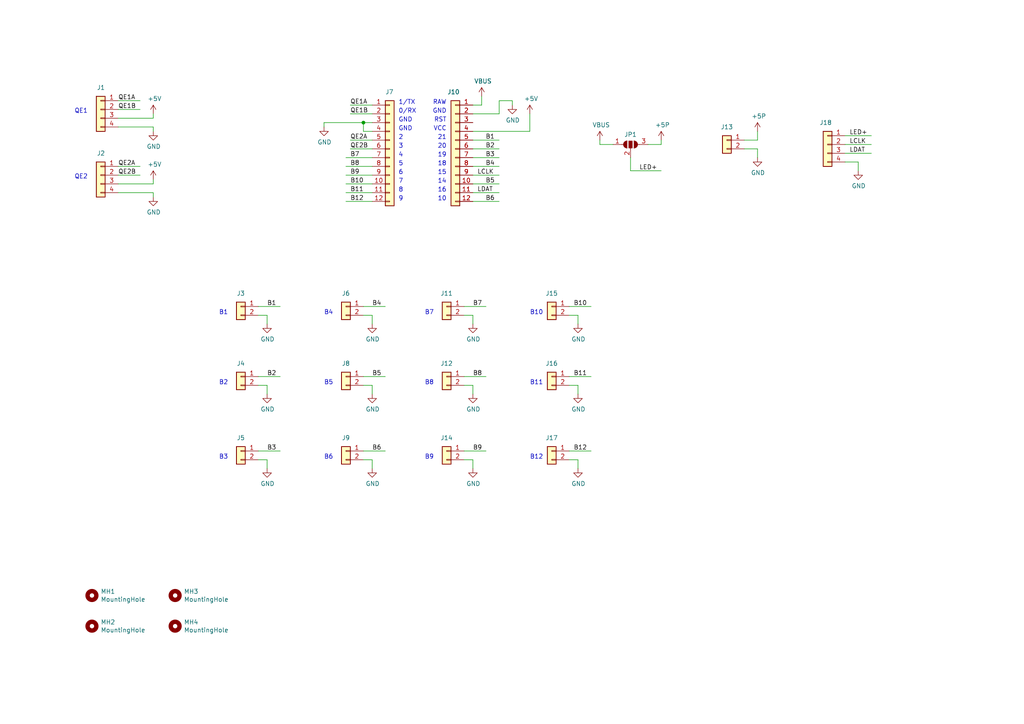
<source format=kicad_sch>
(kicad_sch (version 20211123) (generator eeschema)
  (paper "A4")
  (title_block (rev "v2.0"))
  (lib_symbols
    (symbol "Connector_Generic:Conn_01x02" (pin_names (offset 1.016) hide)
      (property "Reference" "J" (at 0 2.54 0))
      (property "Value" "Conn_01x02" (at 0 -5.08 0))
      (symbol "Conn_01x02_1_1"
        (rectangle (start -1.27 -2.413) (end 0 -2.667) (stroke (width 0.1524)))
        (rectangle (start -1.27 0.127) (end 0 -0.127) (stroke (width 0.1524)))
        (rectangle (start -1.27 1.27) (end 1.27 -3.81) (stroke (width 0.254)) (fill (type background)))
        (pin passive line (at -5.08 0 0) (length 3.81) (name "Pin_1") (number "1"))
        (pin passive line (at -5.08 -2.54 0) (length 3.81) (name "Pin_2") (number "2"))
      )
    )
    (symbol "Connector_Generic:Conn_01x04" (pin_names (offset 1.016) hide)
      (property "Reference" "J" (at 0 5.08 0))
      (property "Value" "Conn_01x04" (at 0 -7.62 0))
      (symbol "Conn_01x04_1_1"
        (rectangle (start -1.27 -4.953) (end 0 -5.207) (stroke (width 0.1524)))
        (rectangle (start -1.27 -2.413) (end 0 -2.667) (stroke (width 0.1524)))
        (rectangle (start -1.27 0.127) (end 0 -0.127) (stroke (width 0.1524)))
        (rectangle (start -1.27 2.667) (end 0 2.413) (stroke (width 0.1524)))
        (rectangle (start -1.27 3.81) (end 1.27 -6.35) (stroke (width 0.254)) (fill (type background)))
        (pin passive line (at -5.08 2.54 0) (length 3.81) (name "Pin_1") (number "1"))
        (pin passive line (at -5.08 0 0) (length 3.81) (name "Pin_2") (number "2"))
        (pin passive line (at -5.08 -2.54 0) (length 3.81) (name "Pin_3") (number "3"))
        (pin passive line (at -5.08 -5.08 0) (length 3.81) (name "Pin_4") (number "4"))
      )
    )
    (symbol "Connector_Generic:Conn_01x12" (pin_names (offset 1.016) hide)
      (property "Reference" "J" (at 0 15.24 0))
      (property "Value" "Conn_01x12" (at 0 -17.78 0))
      (symbol "Conn_01x12_1_1"
        (rectangle (start -1.27 -15.113) (end 0 -15.367) (stroke (width 0.1524)))
        (rectangle (start -1.27 -12.573) (end 0 -12.827) (stroke (width 0.1524)))
        (rectangle (start -1.27 -10.033) (end 0 -10.287) (stroke (width 0.1524)))
        (rectangle (start -1.27 -7.493) (end 0 -7.747) (stroke (width 0.1524)))
        (rectangle (start -1.27 -4.953) (end 0 -5.207) (stroke (width 0.1524)))
        (rectangle (start -1.27 -2.413) (end 0 -2.667) (stroke (width 0.1524)))
        (rectangle (start -1.27 0.127) (end 0 -0.127) (stroke (width 0.1524)))
        (rectangle (start -1.27 2.667) (end 0 2.413) (stroke (width 0.1524)))
        (rectangle (start -1.27 5.207) (end 0 4.953) (stroke (width 0.1524)))
        (rectangle (start -1.27 7.747) (end 0 7.493) (stroke (width 0.1524)))
        (rectangle (start -1.27 10.287) (end 0 10.033) (stroke (width 0.1524)))
        (rectangle (start -1.27 12.827) (end 0 12.573) (stroke (width 0.1524)))
        (rectangle (start -1.27 13.97) (end 1.27 -16.51) (stroke (width 0.254)) (fill (type background)))
        (pin passive line (at -5.08 12.7 0) (length 3.81) (name "Pin_1") (number "1"))
        (pin passive line (at -5.08 -10.16 0) (length 3.81) (name "Pin_10") (number "10"))
        (pin passive line (at -5.08 -12.7 0) (length 3.81) (name "Pin_11") (number "11"))
        (pin passive line (at -5.08 -15.24 0) (length 3.81) (name "Pin_12") (number "12"))
        (pin passive line (at -5.08 10.16 0) (length 3.81) (name "Pin_2") (number "2"))
        (pin passive line (at -5.08 7.62 0) (length 3.81) (name "Pin_3") (number "3"))
        (pin passive line (at -5.08 5.08 0) (length 3.81) (name "Pin_4") (number "4"))
        (pin passive line (at -5.08 2.54 0) (length 3.81) (name "Pin_5") (number "5"))
        (pin passive line (at -5.08 0 0) (length 3.81) (name "Pin_6") (number "6"))
        (pin passive line (at -5.08 -2.54 0) (length 3.81) (name "Pin_7") (number "7"))
        (pin passive line (at -5.08 -5.08 0) (length 3.81) (name "Pin_8") (number "8"))
        (pin passive line (at -5.08 -7.62 0) (length 3.81) (name "Pin_9") (number "9"))
      )
    )
    (symbol "Mechanical:MountingHole" (pin_names (offset 1.016))
      (property "Reference" "H" (at 0 5.08 0))
      (property "Value" "MountingHole" (at 0 3.175 0))
      (symbol "MountingHole_0_1"
        (circle (center 0 0) (radius 1.27) (stroke (width 1.27)))
      )
    )
    (symbol "ProMicro-Breakout+RGB-rescue:SolderJumper_3_Open-Jumper" (pin_names (offset 0) hide)
      (property "Reference" "JP" (at -2.54 -2.54 0))
      (property "Value" "SolderJumper_3_Open-Jumper" (at 0 2.794 0))
      (symbol "SolderJumper_3_Open-Jumper_0_1"
        (arc (start -1.016 1.016) (mid -2.032 0) (end -1.016 -1.016))
        (arc (start -1.016 1.016) (mid -2.032 0) (end -1.016 -1.016) (fill (type outline)))
        (rectangle (start -0.508 1.016) (end 0.508 -1.016) (fill (type outline)))
        (polyline (pts (xy -2.54 0) (xy -2.032 0)))
        (polyline (pts (xy -1.016 1.016) (xy -1.016 -1.016)))
        (polyline (pts (xy 0 -1.27) (xy 0 -1.016)))
        (polyline (pts (xy 1.016 1.016) (xy 1.016 -1.016)))
        (polyline (pts (xy 2.54 0) (xy 2.032 0)))
        (arc (start 1.016 -1.016) (mid 2.032 0) (end 1.016 1.016))
        (arc (start 1.016 -1.016) (mid 2.032 0) (end 1.016 1.016) (fill (type outline)))
      )
      (symbol "SolderJumper_3_Open-Jumper_1_1"
        (pin passive line (at -5.08 0 0) (length 2.54) (name "A") (number "1"))
        (pin input line (at 0 -3.81 90) (length 2.54) (name "C") (number "2"))
        (pin passive line (at 5.08 0 180) (length 2.54) (name "B") (number "3"))
      )
    )
    (symbol "power:+5P" (power) (pin_names (offset 0))
      (property "Value" "+5P" (at 0 3.556 0))
      (symbol "+5P_0_1"
        (polyline (pts (xy -0.762 1.27) (xy 0 2.54)))
        (polyline (pts (xy 0 0) (xy 0 2.54)))
        (polyline (pts (xy 0 2.54) (xy 0.762 1.27)))
      )
      (symbol "+5P_1_1"
        (pin power_in line (at 0 0 90) (length 0) hide (name "+5P") (number "1"))
      )
    )
    (symbol "power:+5V" (power) (pin_names (offset 0))
      (property "Value" "+5V" (at 0 3.556 0))
      (symbol "+5V_0_1"
        (polyline (pts (xy -0.762 1.27) (xy 0 2.54)))
        (polyline (pts (xy 0 0) (xy 0 2.54)))
        (polyline (pts (xy 0 2.54) (xy 0.762 1.27)))
      )
      (symbol "+5V_1_1"
        (pin power_in line (at 0 0 90) (length 0) hide (name "+5V") (number "1"))
      )
    )
    (symbol "power:GND" (power) (pin_names (offset 0))
      (property "Value" "GND" (at 0 -3.81 0))
      (symbol "GND_0_1"
        (polyline (pts (xy 0 0) (xy 0 -1.27) (xy 1.27 -1.27) (xy 0 -2.54) (xy -1.27 -1.27) (xy 0 -1.27)))
      )
      (symbol "GND_1_1"
        (pin power_in line (at 0 0 270) (length 0) hide (name "GND") (number "1"))
      )
    )
    (symbol "power:VBUS" (power) (pin_names (offset 0))
      (property "Value" "VBUS" (at 0 3.81 0))
      (symbol "VBUS_0_1"
        (polyline (pts (xy -0.762 1.27) (xy 0 2.54)))
        (polyline (pts (xy 0 0) (xy 0 2.54)))
        (polyline (pts (xy 0 2.54) (xy 0.762 1.27)))
      )
      (symbol "VBUS_1_1"
        (pin power_in line (at 0 0 90) (length 0) hide (name "VBUS") (number "1"))
      )
    )
  )
  (junction (at 105.41 35.56))
  (wire (pts (xy 44.45 34.29) (xy 44.45 33.02)))
  (wire (pts (xy 167.64 133.35) (xy 167.64 135.89)))
  (wire (pts (xy 105.41 133.35) (xy 107.95 133.35)))
  (wire (pts (xy 137.16 33.02) (xy 144.78 33.02)))
  (wire (pts (xy 34.29 31.75) (xy 40.64 31.75)))
  (wire (pts (xy 148.59 29.21) (xy 148.59 30.48)))
  (wire (pts (xy 134.62 109.22) (xy 140.97 109.22)))
  (wire (pts (xy 107.95 58.42) (xy 100.33 58.42)))
  (wire (pts (xy 139.7 30.48) (xy 139.7 27.94)))
  (wire (pts (xy 44.45 57.15) (xy 44.45 55.88)))
  (wire (pts (xy 74.93 133.35) (xy 77.47 133.35)))
  (wire (pts (xy 77.47 133.35) (xy 77.47 135.89)))
  (wire (pts (xy 137.16 40.64) (xy 144.78 40.64)))
  (wire (pts (xy 165.1 130.81) (xy 171.45 130.81)))
  (wire (pts (xy 74.93 109.22) (xy 81.28 109.22)))
  (wire (pts (xy 134.62 130.81) (xy 140.97 130.81)))
  (wire (pts (xy 144.78 29.21) (xy 148.59 29.21)))
  (wire (pts (xy 137.16 58.42) (xy 144.78 58.42)))
  (wire (pts (xy 134.62 133.35) (xy 137.16 133.35)))
  (wire (pts (xy 165.1 111.76) (xy 167.64 111.76)))
  (wire (pts (xy 137.16 30.48) (xy 139.7 30.48)))
  (wire (pts (xy 165.1 91.44) (xy 167.64 91.44)))
  (wire (pts (xy 165.1 133.35) (xy 167.64 133.35)))
  (wire (pts (xy 34.29 53.34) (xy 44.45 53.34)))
  (wire (pts (xy 44.45 38.1) (xy 44.45 36.83)))
  (wire (pts (xy 107.95 35.56) (xy 105.41 35.56)))
  (wire (pts (xy 34.29 48.26) (xy 40.64 48.26)))
  (wire (pts (xy 107.95 53.34) (xy 100.33 53.34)))
  (wire (pts (xy 177.8 41.91) (xy 173.99 41.91)))
  (wire (pts (xy 34.29 34.29) (xy 44.45 34.29)))
  (wire (pts (xy 107.95 48.26) (xy 100.33 48.26)))
  (wire (pts (xy 74.93 130.81) (xy 81.28 130.81)))
  (wire (pts (xy 165.1 88.9) (xy 171.45 88.9)))
  (wire (pts (xy 105.41 109.22) (xy 111.76 109.22)))
  (wire (pts (xy 105.41 88.9) (xy 111.76 88.9)))
  (wire (pts (xy 74.93 91.44) (xy 77.47 91.44)))
  (wire (pts (xy 107.95 111.76) (xy 107.95 114.3)))
  (wire (pts (xy 153.67 38.1) (xy 153.67 33.02)))
  (wire (pts (xy 173.99 41.91) (xy 173.99 40.64)))
  (wire (pts (xy 245.11 46.99) (xy 248.92 46.99)))
  (wire (pts (xy 134.62 111.76) (xy 137.16 111.76)))
  (wire (pts (xy 137.16 48.26) (xy 144.78 48.26)))
  (wire (pts (xy 182.88 49.53) (xy 182.88 45.72)))
  (wire (pts (xy 137.16 45.72) (xy 144.78 45.72)))
  (wire (pts (xy 137.16 133.35) (xy 137.16 135.89)))
  (wire (pts (xy 34.29 55.88) (xy 44.45 55.88)))
  (wire (pts (xy 107.95 55.88) (xy 100.33 55.88)))
  (wire (pts (xy 105.41 91.44) (xy 107.95 91.44)))
  (wire (pts (xy 137.16 53.34) (xy 144.78 53.34)))
  (wire (pts (xy 44.45 53.34) (xy 44.45 52.07)))
  (wire (pts (xy 74.93 88.9) (xy 81.28 88.9)))
  (wire (pts (xy 137.16 91.44) (xy 137.16 93.98)))
  (wire (pts (xy 101.6 40.64) (xy 107.95 40.64)))
  (wire (pts (xy 187.96 41.91) (xy 191.77 41.91)))
  (wire (pts (xy 248.92 46.99) (xy 248.92 49.53)))
  (wire (pts (xy 101.6 43.18) (xy 107.95 43.18)))
  (wire (pts (xy 137.16 50.8) (xy 144.78 50.8)))
  (wire (pts (xy 245.11 41.91) (xy 252.73 41.91)))
  (wire (pts (xy 165.1 109.22) (xy 171.45 109.22)))
  (wire (pts (xy 137.16 111.76) (xy 137.16 114.3)))
  (wire (pts (xy 34.29 29.21) (xy 40.64 29.21)))
  (wire (pts (xy 105.41 111.76) (xy 107.95 111.76)))
  (wire (pts (xy 167.64 91.44) (xy 167.64 93.98)))
  (wire (pts (xy 34.29 36.83) (xy 44.45 36.83)))
  (wire (pts (xy 93.98 35.56) (xy 93.98 36.83)))
  (wire (pts (xy 101.6 33.02) (xy 107.95 33.02)))
  (wire (pts (xy 182.88 49.53) (xy 191.77 49.53)))
  (wire (pts (xy 77.47 111.76) (xy 77.47 114.3)))
  (wire (pts (xy 101.6 30.48) (xy 107.95 30.48)))
  (wire (pts (xy 107.95 133.35) (xy 107.95 135.89)))
  (wire (pts (xy 219.71 43.18) (xy 219.71 45.72)))
  (wire (pts (xy 167.64 111.76) (xy 167.64 114.3)))
  (wire (pts (xy 137.16 55.88) (xy 144.78 55.88)))
  (wire (pts (xy 137.16 38.1) (xy 153.67 38.1)))
  (wire (pts (xy 219.71 40.64) (xy 219.71 38.1)))
  (wire (pts (xy 191.77 41.91) (xy 191.77 40.64)))
  (wire (pts (xy 107.95 45.72) (xy 100.33 45.72)))
  (wire (pts (xy 107.95 38.1) (xy 105.41 38.1)))
  (wire (pts (xy 77.47 91.44) (xy 77.47 93.98)))
  (wire (pts (xy 134.62 91.44) (xy 137.16 91.44)))
  (wire (pts (xy 105.41 38.1) (xy 105.41 35.56)))
  (wire (pts (xy 105.41 130.81) (xy 111.76 130.81)))
  (wire (pts (xy 245.11 44.45) (xy 252.73 44.45)))
  (wire (pts (xy 34.29 50.8) (xy 40.64 50.8)))
  (wire (pts (xy 105.41 35.56) (xy 93.98 35.56)))
  (wire (pts (xy 137.16 43.18) (xy 144.78 43.18)))
  (wire (pts (xy 107.95 50.8) (xy 100.33 50.8)))
  (wire (pts (xy 215.9 43.18) (xy 219.71 43.18)))
  (wire (pts (xy 215.9 40.64) (xy 219.71 40.64)))
  (wire (pts (xy 134.62 88.9) (xy 140.97 88.9)))
  (wire (pts (xy 144.78 33.02) (xy 144.78 29.21)))
  (wire (pts (xy 74.93 111.76) (xy 77.47 111.76)))
  (wire (pts (xy 245.11 39.37) (xy 252.73 39.37)))
  (wire (pts (xy 107.95 91.44) (xy 107.95 93.98)))
  (text "3" (at 115.57 43.18 0) (effects (font (size 1.27 1.27)) (justify left bottom)))
  (text "9" (at 115.57 58.42 0) (effects (font (size 1.27 1.27)) (justify left bottom)))
  (text "B5" (at 93.98 111.76 0) (effects (font (size 1.27 1.27)) (justify left bottom)))
  (text "B7" (at 123.19 91.44 0) (effects (font (size 1.27 1.27)) (justify left bottom)))
  (text "15" (at 129.54 50.8 180) (effects (font (size 1.27 1.27)) (justify right bottom)))
  (text "6" (at 115.57 50.8 0) (effects (font (size 1.27 1.27)) (justify left bottom)))
  (text "B12" (at 153.67 133.35 0) (effects (font (size 1.27 1.27)) (justify left bottom)))
  (text "QE2" (at 21.59 52.07 0) (effects (font (size 1.27 1.27)) (justify left bottom)))
  (text "B11" (at 153.67 111.76 0) (effects (font (size 1.27 1.27)) (justify left bottom)))
  (text "2" (at 115.57 40.64 0) (effects (font (size 1.27 1.27)) (justify left bottom)))
  (text "19" (at 129.54 45.72 180) (effects (font (size 1.27 1.27)) (justify right bottom)))
  (text "B6" (at 93.98 133.35 0) (effects (font (size 1.27 1.27)) (justify left bottom)))
  (text "GND" (at 115.57 38.1 0) (effects (font (size 1.27 1.27)) (justify left bottom)))
  (text "B8" (at 123.19 111.76 0) (effects (font (size 1.27 1.27)) (justify left bottom)))
  (text "B9" (at 123.19 133.35 0) (effects (font (size 1.27 1.27)) (justify left bottom)))
  (text "B10" (at 153.67 91.44 0) (effects (font (size 1.27 1.27)) (justify left bottom)))
  (text "GND" (at 115.57 35.56 0) (effects (font (size 1.27 1.27)) (justify left bottom)))
  (text "7" (at 115.57 53.34 0) (effects (font (size 1.27 1.27)) (justify left bottom)))
  (text "5" (at 115.57 48.26 0) (effects (font (size 1.27 1.27)) (justify left bottom)))
  (text "0/RX" (at 115.57 33.02 0) (effects (font (size 1.27 1.27)) (justify left bottom)))
  (text "B2" (at 63.5 111.76 0) (effects (font (size 1.27 1.27)) (justify left bottom)))
  (text "VCC" (at 129.54 38.1 180) (effects (font (size 1.27 1.27)) (justify right bottom)))
  (text "20" (at 129.54 43.18 180) (effects (font (size 1.27 1.27)) (justify right bottom)))
  (text "QE1" (at 21.59 33.02 0) (effects (font (size 1.27 1.27)) (justify left bottom)))
  (text "GND" (at 129.54 33.02 180) (effects (font (size 1.27 1.27)) (justify right bottom)))
  (text "21" (at 129.54 40.64 180) (effects (font (size 1.27 1.27)) (justify right bottom)))
  (text "B4" (at 93.98 91.44 0) (effects (font (size 1.27 1.27)) (justify left bottom)))
  (text "B3" (at 63.5 133.35 0) (effects (font (size 1.27 1.27)) (justify left bottom)))
  (text "14" (at 129.54 53.34 180) (effects (font (size 1.27 1.27)) (justify right bottom)))
  (text "8" (at 115.57 55.88 0) (effects (font (size 1.27 1.27)) (justify left bottom)))
  (text "18" (at 129.54 48.26 180) (effects (font (size 1.27 1.27)) (justify right bottom)))
  (text "1/TX" (at 115.57 30.48 0) (effects (font (size 1.27 1.27)) (justify left bottom)))
  (text "16" (at 129.54 55.88 180) (effects (font (size 1.27 1.27)) (justify right bottom)))
  (text "10" (at 129.54 58.42 180) (effects (font (size 1.27 1.27)) (justify right bottom)))
  (text "B1" (at 63.5 91.44 0) (effects (font (size 1.27 1.27)) (justify left bottom)))
  (text "RST" (at 129.54 35.56 180) (effects (font (size 1.27 1.27)) (justify right bottom)))
  (text "RAW" (at 129.54 30.48 180) (effects (font (size 1.27 1.27)) (justify right bottom)))
  (text "4" (at 115.57 45.72 0) (effects (font (size 1.27 1.27)) (justify left bottom)))
  (label "QE2A" (at 34.29 48.26 0))
  (label "B2" (at 143.51 43.18 180))
  (label "B5" (at 107.95 109.22 0))
  (label "B7" (at 137.16 88.9 0))
  (label "B11" (at 166.37 109.22 0))
  (label "B10" (at 166.37 88.9 0))
  (label "B1" (at 77.47 88.9 0))
  (label "B3" (at 143.51 45.72 180))
  (label "QE1B" (at 101.6 33.02 0))
  (label "B6" (at 143.51 58.42 180))
  (label "B8" (at 137.16 109.22 0))
  (label "B2" (at 77.47 109.22 0))
  (label "LED+" (at 246.38 39.37 0))
  (label "B12" (at 101.6 58.42 0))
  (label "QE1A" (at 34.29 29.21 0))
  (label "B7" (at 101.6 45.72 0))
  (label "B4" (at 143.51 48.26 180))
  (label "B12" (at 166.37 130.81 0))
  (label "LCLK" (at 246.38 41.91 0))
  (label "B10" (at 101.6 53.34 0))
  (label "LDAT" (at 246.38 44.45 0))
  (label "B9" (at 101.6 50.8 0))
  (label "QE2A" (at 101.6 40.64 0))
  (label "B5" (at 143.51 53.34 180))
  (label "B4" (at 107.95 88.9 0))
  (label "B1" (at 143.51 40.64 180))
  (label "QE1A" (at 101.6 30.48 0))
  (label "B9" (at 137.16 130.81 0))
  (label "B3" (at 77.47 130.81 0))
  (label "LED+" (at 185.42 49.53 0))
  (label "QE2B" (at 101.6 43.18 0))
  (label "B6" (at 107.95 130.81 0))
  (label "QE1B" (at 34.29 31.75 0))
  (label "B8" (at 101.6 48.26 0))
  (label "QE2B" (at 34.29 50.8 0))
  (label "B11" (at 101.6 55.88 0))
  (label "LDAT" (at 138.43 55.88 0))
  (label "LCLK" (at 138.43 50.8 0))
  (symbol (lib_id "Connector_Generic:Conn_01x12") (at 113.03 43.18 0) (unit 1)
    (property "Reference" "J7" (at 111.76 26.67 0) (effects (justify left)))
    (property "Value" "Conn_01x12" (effects hide))
    (property "Footprint" "Connector_PinSocket_2.54mm:PinSocket_1x12_P2.54mm_Vertical" (effects hide))
  )
  (symbol (lib_id "Connector_Generic:Conn_01x12") (at 132.08 43.18 0) (mirror y) (unit 1)
    (property "Reference" "J10" (at 133.35 26.67 0) (effects (justify left)))
    (property "Value" "Conn_01x12" (effects hide))
    (property "Footprint" "Connector_PinSocket_2.54mm:PinSocket_1x12_P2.54mm_Vertical" (effects hide))
  )
  (symbol (lib_id "Connector_Generic:Conn_01x04") (at 29.21 31.75 0) (mirror y) (unit 1)
    (property "Reference" "J1" (at 30.48 25.4 0) (effects (justify left)))
    (property "Value" "Conn_01x04" (effects hide))
    (property "Footprint" "Connectors_JST:JST_XH_B04B-XH-A_04x2.50mm_Straight" (effects hide))
  )
  (symbol (lib_id "power:GND") (at 44.45 38.1 0) (unit 1)
    (property "Reference" "#PWR0102" (effects hide))
    (property "Value" "GND" (at 44.577 42.4942 0))
  )
  (symbol (lib_id "power:+5V") (at 44.45 33.02 0) (unit 1)
    (property "Reference" "#PWR0101" (effects hide))
    (property "Value" "+5V" (at 44.831 28.6258 0))
  )
  (symbol (lib_id "Connector_Generic:Conn_01x04") (at 29.21 50.8 0) (mirror y) (unit 1)
    (property "Reference" "J2" (at 30.48 44.45 0) (effects (justify left)))
    (property "Value" "Conn_01x04" (effects hide))
    (property "Footprint" "Connectors_JST:JST_XH_B04B-XH-A_04x2.50mm_Straight" (effects hide))
  )
  (symbol (lib_id "power:+5V") (at 44.45 52.07 0) (unit 1)
    (property "Reference" "#PWR0103" (effects hide))
    (property "Value" "+5V" (at 44.831 47.6758 0))
  )
  (symbol (lib_id "power:GND") (at 44.45 57.15 0) (unit 1)
    (property "Reference" "#PWR0104" (effects hide))
    (property "Value" "GND" (at 44.577 61.5442 0))
  )
  (symbol (lib_id "power:GND") (at 77.47 93.98 0) (unit 1)
    (property "Reference" "#PWR0105" (effects hide))
    (property "Value" "GND" (at 77.597 98.3742 0))
  )
  (symbol (lib_id "ProMicro-Breakout+RGB-rescue:SolderJumper_3_Open-Jumper") (at 182.88 41.91 0) (unit 1)
    (property "Reference" "JP1" (at 182.88 39.0144 0))
    (property "Value" "SolderJumper_3_Open" (effects hide))
    (property "Footprint" "Jumper:SolderJumper-3_P1.3mm_Open_RoundedPad1.0x1.5mm" (effects hide))
  )
  (symbol (lib_id "power:+5V") (at 153.67 33.02 0) (unit 1)
    (property "Reference" "#PWR0123" (effects hide))
    (property "Value" "+5V" (at 154.051 28.6258 0))
  )
  (symbol (lib_id "power:GND") (at 93.98 36.83 0) (unit 1)
    (property "Reference" "#PWR0124" (effects hide))
    (property "Value" "GND" (at 94.107 41.2242 0))
  )
  (symbol (lib_id "power:GND") (at 148.59 30.48 0) (unit 1)
    (property "Reference" "#PWR0125" (effects hide))
    (property "Value" "GND" (at 148.717 34.8742 0))
  )
  (symbol (lib_id "power:VBUS") (at 139.7 27.94 0) (unit 1)
    (property "Reference" "#PWR0126" (effects hide))
    (property "Value" "VBUS" (at 140.081 23.5458 0))
  )
  (symbol (lib_id "power:VBUS") (at 173.99 40.64 0) (unit 1)
    (property "Reference" "#PWR0127" (effects hide))
    (property "Value" "VBUS" (at 174.371 36.2458 0))
  )
  (symbol (lib_id "Connector_Generic:Conn_01x02") (at 210.82 40.64 0) (mirror y) (unit 1)
    (property "Reference" "J13" (at 210.82 36.83 0))
    (property "Value" "Conn_01x02" (effects hide))
    (property "Footprint" "Connectors_JST:JST_XH_B02B-XH-A_02x2.50mm_Straight" (effects hide))
  )
  (symbol (lib_id "power:GND") (at 219.71 45.72 0) (unit 1)
    (property "Reference" "#PWR0129" (effects hide))
    (property "Value" "GND" (at 219.837 50.1142 0))
  )
  (symbol (lib_id "Mechanical:MountingHole") (at 26.67 172.72 0) (unit 1)
    (property "Reference" "MH1" (at 29.21 171.5516 0) (effects (justify left)))
    (property "Value" "MountingHole" (at 29.21 173.863 0) (effects (justify left)))
    (property "Footprint" "Mounting_Holes:MountingHole_3.2mm_M3" (effects hide))
  )
  (symbol (lib_id "Mechanical:MountingHole") (at 26.67 181.61 0) (unit 1)
    (property "Reference" "MH2" (at 29.21 180.4416 0) (effects (justify left)))
    (property "Value" "MountingHole" (at 29.21 182.753 0) (effects (justify left)))
    (property "Footprint" "Mounting_Holes:MountingHole_3.2mm_M3" (effects hide))
  )
  (symbol (lib_id "Mechanical:MountingHole") (at 50.8 172.72 0) (unit 1)
    (property "Reference" "MH3" (at 53.34 171.5516 0) (effects (justify left)))
    (property "Value" "MountingHole" (at 53.34 173.863 0) (effects (justify left)))
    (property "Footprint" "Mounting_Holes:MountingHole_3.2mm_M3" (effects hide))
  )
  (symbol (lib_id "Mechanical:MountingHole") (at 50.8 181.61 0) (unit 1)
    (property "Reference" "MH4" (at 53.34 180.4416 0) (effects (justify left)))
    (property "Value" "MountingHole" (at 53.34 182.753 0) (effects (justify left)))
    (property "Footprint" "Mounting_Holes:MountingHole_3.2mm_M3" (effects hide))
  )
  (symbol (lib_id "Connector_Generic:Conn_01x04") (at 240.03 41.91 0) (mirror y) (unit 1)
    (property "Reference" "J18" (at 241.3 35.56 0) (effects (justify left)))
    (property "Value" "Conn_01x04" (effects hide))
    (property "Footprint" "Connectors_JST:JST_XH_B04B-XH-A_04x2.50mm_Straight" (effects hide))
  )
  (symbol (lib_id "power:GND") (at 248.92 49.53 0) (unit 1)
    (property "Reference" "#PWR0106" (effects hide))
    (property "Value" "GND" (at 249.047 53.9242 0))
  )
  (symbol (lib_id "Connector_Generic:Conn_01x02") (at 69.85 88.9 0) (mirror y) (unit 1)
    (property "Reference" "J3" (at 69.85 85.09 0))
    (property "Value" "Conn_01x02" (effects hide))
    (property "Footprint" "Connectors_JST:JST_XH_B02B-XH-A_02x2.50mm_Straight" (effects hide))
  )
  (symbol (lib_id "power:+5P") (at 191.77 40.64 0) (unit 1)
    (property "Reference" "#PWR0107" (effects hide))
    (property "Value" "+5P" (at 192.151 36.2458 0))
  )
  (symbol (lib_id "power:+5P") (at 219.71 38.1 0) (unit 1)
    (property "Reference" "#PWR0108" (effects hide))
    (property "Value" "+5P" (at 220.091 33.7058 0))
  )
  (symbol (lib_id "power:GND") (at 77.47 114.3 0) (unit 1)
    (property "Reference" "#PWR0109" (effects hide))
    (property "Value" "GND" (at 77.597 118.6942 0))
  )
  (symbol (lib_id "Connector_Generic:Conn_01x02") (at 69.85 109.22 0) (mirror y) (unit 1)
    (property "Reference" "J4" (at 69.85 105.41 0))
    (property "Value" "Conn_01x02" (effects hide))
    (property "Footprint" "Connectors_JST:JST_XH_B02B-XH-A_02x2.50mm_Straight" (effects hide))
  )
  (symbol (lib_id "power:GND") (at 77.47 135.89 0) (unit 1)
    (property "Reference" "#PWR0110" (effects hide))
    (property "Value" "GND" (at 77.597 140.2842 0))
  )
  (symbol (lib_id "Connector_Generic:Conn_01x02") (at 69.85 130.81 0) (mirror y) (unit 1)
    (property "Reference" "J5" (at 69.85 127 0))
    (property "Value" "Conn_01x02" (effects hide))
    (property "Footprint" "Connectors_JST:JST_XH_B02B-XH-A_02x2.50mm_Straight" (effects hide))
  )
  (symbol (lib_id "power:GND") (at 107.95 93.98 0) (unit 1)
    (property "Reference" "#PWR0111" (effects hide))
    (property "Value" "GND" (at 108.077 98.3742 0))
  )
  (symbol (lib_id "Connector_Generic:Conn_01x02") (at 100.33 88.9 0) (mirror y) (unit 1)
    (property "Reference" "J6" (at 100.33 85.09 0))
    (property "Value" "Conn_01x02" (effects hide))
    (property "Footprint" "Connectors_JST:JST_XH_B02B-XH-A_02x2.50mm_Straight" (effects hide))
  )
  (symbol (lib_id "power:GND") (at 107.95 114.3 0) (unit 1)
    (property "Reference" "#PWR0112" (effects hide))
    (property "Value" "GND" (at 108.077 118.6942 0))
  )
  (symbol (lib_id "Connector_Generic:Conn_01x02") (at 100.33 109.22 0) (mirror y) (unit 1)
    (property "Reference" "J8" (at 100.33 105.41 0))
    (property "Value" "Conn_01x02" (effects hide))
    (property "Footprint" "Connectors_JST:JST_XH_B02B-XH-A_02x2.50mm_Straight" (effects hide))
  )
  (symbol (lib_id "power:GND") (at 107.95 135.89 0) (unit 1)
    (property "Reference" "#PWR0113" (effects hide))
    (property "Value" "GND" (at 108.077 140.2842 0))
  )
  (symbol (lib_id "Connector_Generic:Conn_01x02") (at 100.33 130.81 0) (mirror y) (unit 1)
    (property "Reference" "J9" (at 100.33 127 0))
    (property "Value" "Conn_01x02" (effects hide))
    (property "Footprint" "Connectors_JST:JST_XH_B02B-XH-A_02x2.50mm_Straight" (effects hide))
  )
  (symbol (lib_id "power:GND") (at 137.16 93.98 0) (unit 1)
    (property "Reference" "#PWR0114" (effects hide))
    (property "Value" "GND" (at 137.287 98.3742 0))
  )
  (symbol (lib_id "Connector_Generic:Conn_01x02") (at 129.54 88.9 0) (mirror y) (unit 1)
    (property "Reference" "J11" (at 129.54 85.09 0))
    (property "Value" "Conn_01x02" (effects hide))
    (property "Footprint" "Connectors_JST:JST_XH_B02B-XH-A_02x2.50mm_Straight" (effects hide))
  )
  (symbol (lib_id "power:GND") (at 137.16 114.3 0) (unit 1)
    (property "Reference" "#PWR0115" (effects hide))
    (property "Value" "GND" (at 137.287 118.6942 0))
  )
  (symbol (lib_id "Connector_Generic:Conn_01x02") (at 129.54 109.22 0) (mirror y) (unit 1)
    (property "Reference" "J12" (at 129.54 105.41 0))
    (property "Value" "Conn_01x02" (effects hide))
    (property "Footprint" "Connectors_JST:JST_XH_B02B-XH-A_02x2.50mm_Straight" (effects hide))
  )
  (symbol (lib_id "power:GND") (at 137.16 135.89 0) (unit 1)
    (property "Reference" "#PWR0116" (effects hide))
    (property "Value" "GND" (at 137.287 140.2842 0))
  )
  (symbol (lib_id "Connector_Generic:Conn_01x02") (at 129.54 130.81 0) (mirror y) (unit 1)
    (property "Reference" "J14" (at 129.54 127 0))
    (property "Value" "Conn_01x02" (effects hide))
    (property "Footprint" "Connectors_JST:JST_XH_B02B-XH-A_02x2.50mm_Straight" (effects hide))
  )
  (symbol (lib_id "power:GND") (at 167.64 93.98 0) (unit 1)
    (property "Reference" "#PWR0117" (effects hide))
    (property "Value" "GND" (at 167.767 98.3742 0))
  )
  (symbol (lib_id "Connector_Generic:Conn_01x02") (at 160.02 88.9 0) (mirror y) (unit 1)
    (property "Reference" "J15" (at 160.02 85.09 0))
    (property "Value" "Conn_01x02" (effects hide))
    (property "Footprint" "Connectors_JST:JST_XH_B02B-XH-A_02x2.50mm_Straight" (effects hide))
  )
  (symbol (lib_id "power:GND") (at 167.64 114.3 0) (unit 1)
    (property "Reference" "#PWR0118" (effects hide))
    (property "Value" "GND" (at 167.767 118.6942 0))
  )
  (symbol (lib_id "Connector_Generic:Conn_01x02") (at 160.02 109.22 0) (mirror y) (unit 1)
    (property "Reference" "J16" (at 160.02 105.41 0))
    (property "Value" "Conn_01x02" (effects hide))
    (property "Footprint" "Connectors_JST:JST_XH_B02B-XH-A_02x2.50mm_Straight" (effects hide))
  )
  (symbol (lib_id "power:GND") (at 167.64 135.89 0) (unit 1)
    (property "Reference" "#PWR0119" (effects hide))
    (property "Value" "GND" (at 167.767 140.2842 0))
  )
  (symbol (lib_id "Connector_Generic:Conn_01x02") (at 160.02 130.81 0) (mirror y) (unit 1)
    (property "Reference" "J17" (at 160.02 127 0))
    (property "Value" "Conn_01x02" (effects hide))
    (property "Footprint" "Connectors_JST:JST_XH_B02B-XH-A_02x2.50mm_Straight" (effects hide))
  )
)
</source>
